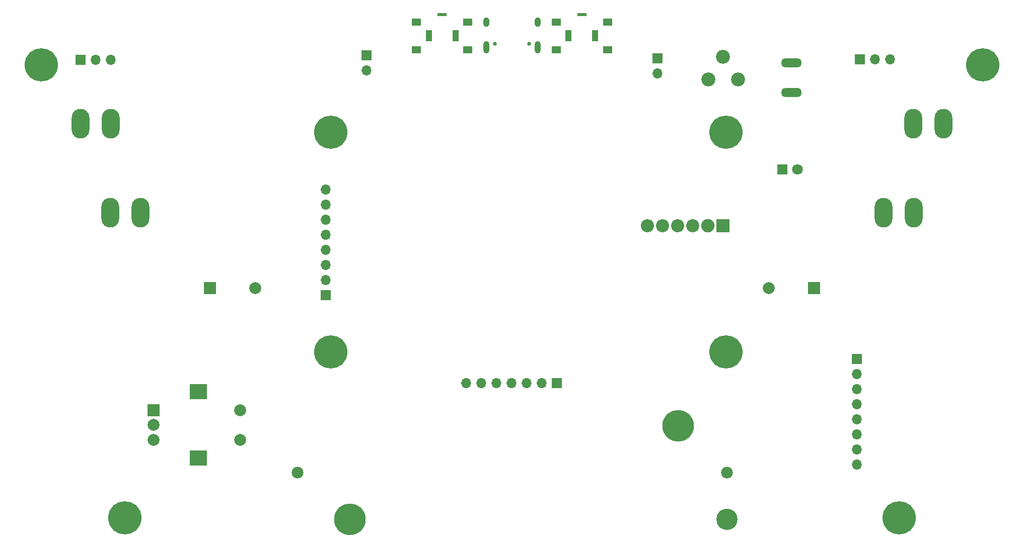
<source format=gbr>
%TF.GenerationSoftware,KiCad,Pcbnew,7.0.7*%
%TF.CreationDate,2023-11-05T16:04:25+01:00*%
%TF.ProjectId,FC_Wheel_PCB-2.0,46435f57-6865-4656-9c5f-5043422d322e,rev?*%
%TF.SameCoordinates,Original*%
%TF.FileFunction,Soldermask,Bot*%
%TF.FilePolarity,Negative*%
%FSLAX46Y46*%
G04 Gerber Fmt 4.6, Leading zero omitted, Abs format (unit mm)*
G04 Created by KiCad (PCBNEW 7.0.7) date 2023-11-05 16:04:25*
%MOMM*%
%LPD*%
G01*
G04 APERTURE LIST*
%ADD10R,2.200000X2.200000*%
%ADD11C,2.250000*%
%ADD12C,2.200000*%
%ADD13O,2.200000X2.200000*%
%ADD14C,2.340000*%
%ADD15R,2.000000X2.000000*%
%ADD16C,2.000000*%
%ADD17R,1.700000X1.700000*%
%ADD18O,1.700000X1.700000*%
%ADD19C,5.600000*%
%ADD20O,3.000000X5.000000*%
%ADD21C,0.650000*%
%ADD22O,1.000000X2.100000*%
%ADD23O,1.000000X1.600000*%
%ADD24C,1.980000*%
%ADD25C,5.325000*%
%ADD26C,3.585000*%
%ADD27O,3.500000X1.500000*%
%ADD28R,3.000000X2.500000*%
%ADD29R,1.800000X1.800000*%
%ADD30C,1.800000*%
%ADD31R,1.000000X1.900000*%
%ADD32R,1.500000X1.300000*%
%ADD33R,1.500000X0.600000*%
G04 APERTURE END LIST*
D10*
%TO.C,J7*%
X251404306Y-141836172D03*
D11*
X248864306Y-141836172D03*
D12*
X246324306Y-141836172D03*
D13*
X243784306Y-141836172D03*
X241244306Y-141836172D03*
X238704306Y-141836172D03*
%TD*%
D14*
%TO.C,Volume1*%
X248900000Y-117200000D03*
X251400000Y-113400000D03*
X253900000Y-117200000D03*
%TD*%
D15*
%TO.C,BZ1*%
X165100000Y-152400000D03*
D16*
X172700000Y-152400000D03*
%TD*%
D17*
%TO.C,PADDLE2*%
X191400000Y-113125000D03*
D18*
X191400000Y-115665000D03*
%TD*%
D19*
%TO.C,REF\u002A\u002A*%
X295100000Y-114730000D03*
%TD*%
D20*
%TO.C,BTN1*%
X148465581Y-124663941D03*
X143385581Y-124663941D03*
%TD*%
%TO.C,BTN3*%
X283371152Y-124663081D03*
X288451152Y-124663081D03*
%TD*%
D15*
%TO.C,BZ2*%
X266700000Y-152400000D03*
D16*
X259100000Y-152400000D03*
%TD*%
D21*
%TO.C,J1*%
X218790000Y-111250000D03*
X213010000Y-111250000D03*
D22*
X220220000Y-111780000D03*
D23*
X220220000Y-107600000D03*
D22*
X211580000Y-111780000D03*
D23*
X211580000Y-107600000D03*
%TD*%
D19*
%TO.C,REF\u002A\u002A*%
X251900000Y-126150000D03*
%TD*%
D20*
%TO.C,BTN4*%
X278369449Y-139664752D03*
X283449449Y-139664752D03*
%TD*%
D17*
%TO.C,J2*%
X184600000Y-153580000D03*
D18*
X184600000Y-151040000D03*
X184600000Y-148500000D03*
X184600000Y-145960000D03*
X184600000Y-143420000D03*
X184600000Y-140880000D03*
X184600000Y-138340000D03*
X184600000Y-135800000D03*
%TD*%
D24*
%TO.C,BT1*%
X252020000Y-183400000D03*
X179800000Y-183400000D03*
D25*
X188620000Y-191270000D03*
D26*
X252020000Y-191270000D03*
D25*
X243820000Y-175530000D03*
%TD*%
D20*
%TO.C,BTN2*%
X148370544Y-139661928D03*
X153450544Y-139661928D03*
%TD*%
D19*
%TO.C,REF\u002A\u002A*%
X185400000Y-163150000D03*
%TD*%
D27*
%TO.C,SW3*%
X262900000Y-114400000D03*
X262900000Y-119400000D03*
%TD*%
D17*
%TO.C,PADDLE1*%
X240400000Y-113625000D03*
D18*
X240400000Y-116165000D03*
%TD*%
D19*
%TO.C,REF\u002A\u002A*%
X136700000Y-114730000D03*
%TD*%
D15*
%TO.C,SW10*%
X155650000Y-172900000D03*
D16*
X155650000Y-177900000D03*
X155650000Y-175400000D03*
D28*
X163150000Y-169800000D03*
X163150000Y-181000000D03*
D16*
X170150000Y-172900000D03*
X170150000Y-177900000D03*
%TD*%
D19*
%TO.C,REF\u002A\u002A*%
X281035000Y-191022700D03*
%TD*%
D29*
%TO.C,D1*%
X261360000Y-132400000D03*
D30*
X263900000Y-132400000D03*
%TD*%
D19*
%TO.C,REF\u002A\u002A*%
X251900000Y-163150000D03*
%TD*%
%TO.C,REF\u002A\u002A*%
X150765000Y-191022700D03*
%TD*%
%TO.C,REF\u002A\u002A*%
X185400000Y-126150000D03*
%TD*%
D17*
%TO.C,J5*%
X274400000Y-113875000D03*
D18*
X276940000Y-113875000D03*
X279480000Y-113875000D03*
%TD*%
D17*
%TO.C,J4*%
X143375000Y-113900000D03*
D18*
X145915000Y-113900000D03*
X148455000Y-113900000D03*
%TD*%
D17*
%TO.C,J3*%
X273900000Y-164320000D03*
D18*
X273900000Y-166860000D03*
X273900000Y-169400000D03*
X273900000Y-171940000D03*
X273900000Y-174480000D03*
X273900000Y-177020000D03*
X273900000Y-179560000D03*
X273900000Y-182100000D03*
%TD*%
D31*
%TO.C,S3*%
X225400000Y-109850000D03*
X229900000Y-109850000D03*
D32*
X223350000Y-107600000D03*
X223350000Y-112200000D03*
X231950000Y-112200000D03*
X231950000Y-107600000D03*
D33*
X227650000Y-106300000D03*
%TD*%
D31*
%TO.C,S1*%
X201900000Y-109850000D03*
X206400000Y-109850000D03*
D32*
X199850000Y-107600000D03*
X199850000Y-112200000D03*
X208450000Y-112200000D03*
X208450000Y-107600000D03*
D33*
X204150000Y-106300000D03*
%TD*%
D17*
%TO.C,J6*%
X223440000Y-168400000D03*
D18*
X220900000Y-168400000D03*
X218360000Y-168400000D03*
X215820000Y-168400000D03*
X213280000Y-168400000D03*
X210740000Y-168400000D03*
X208200000Y-168400000D03*
%TD*%
M02*

</source>
